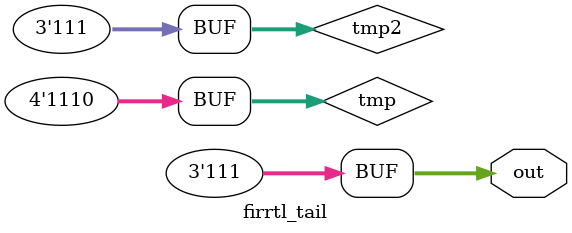
<source format=v>
module firrtl_tail (
  output [2:0] out
);

wire [3:0] tmp  = 5 + 9;
wire [2:0] tmp2 = tmp >> 1;
assign out = tmp2;

endmodule 

</source>
